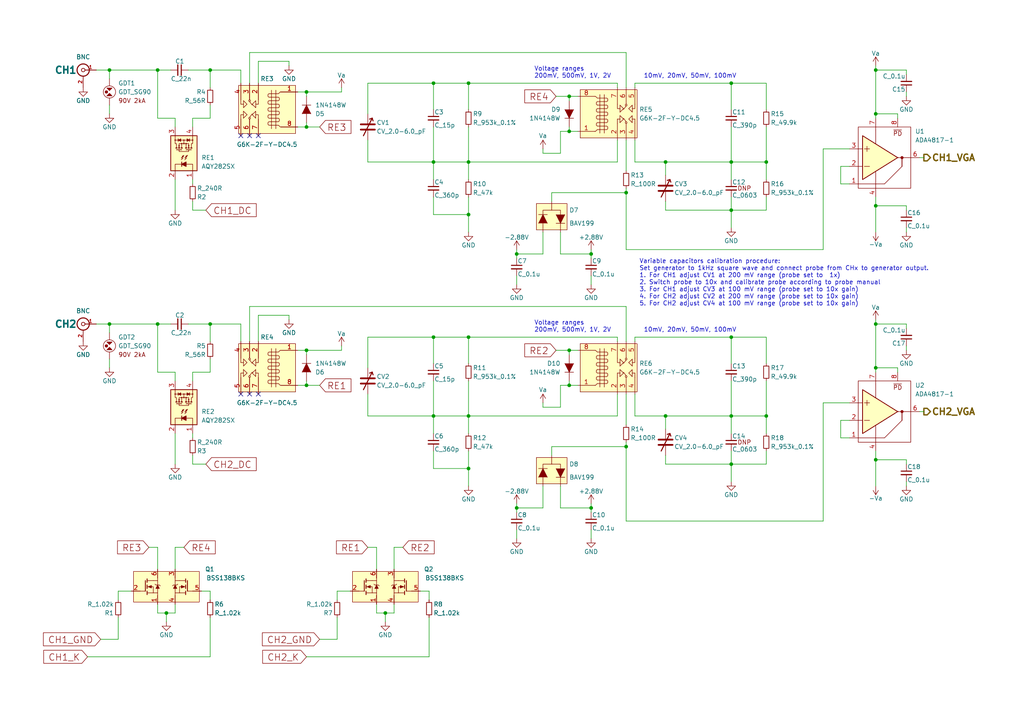
<source format=kicad_sch>
(kicad_sch (version 20231120) (generator "eeschema") (generator_version "8.0")
  (paper "A4")
  (title_block (title "Scopefun Oscilloscope") (rev "v2") (comment 1 "Copyright Dejan Priversek 2017") (comment 2 "Licensed under CERN OHL v.1.2"))
  (junction (at 222.25 120.65))
  (junction (at 181.61 55.88))
  (junction (at 45.72 93.98))
  (junction (at 125.73 120.65))
  (junction (at 31.75 20.32))
  (junction (at 165.1 101.6))
  (junction (at 149.86 73.66))
  (junction (at 135.89 62.23))
  (junction (at 135.89 24.13))
  (junction (at 45.72 20.32))
  (junction (at 212.09 24.13))
  (junction (at 165.1 38.1))
  (junction (at 193.04 46.99))
  (junction (at 149.86 147.32))
  (junction (at 135.89 135.89))
  (junction (at 135.89 97.79))
  (junction (at 181.61 129.54))
  (junction (at 254 106.68))
  (junction (at 88.9 111.76))
  (junction (at 212.09 120.65))
  (junction (at 125.73 24.13))
  (junction (at 111.76 177.8))
  (junction (at 125.73 97.79))
  (junction (at 212.09 46.99))
  (junction (at 60.96 93.98))
  (junction (at 254 93.98))
  (junction (at 88.9 26.67))
  (junction (at 125.73 46.99))
  (junction (at 193.04 120.65))
  (junction (at 88.9 101.6))
  (junction (at 31.75 93.98))
  (junction (at 222.25 46.99))
  (junction (at 135.89 120.65))
  (junction (at 88.9 36.83))
  (junction (at 254 20.32))
  (junction (at 212.09 60.96))
  (junction (at 171.45 147.32))
  (junction (at 165.1 27.94))
  (junction (at 171.45 73.66))
  (junction (at 165.1 111.76))
  (junction (at 48.26 177.8))
  (junction (at 212.09 97.79))
  (junction (at 212.09 134.62))
  (junction (at 254 59.69))
  (junction (at 60.96 20.32))
  (junction (at 135.89 46.99))
  (junction (at 254 33.02))
  (junction (at 254 133.35))
  (no_connect (at 69.85 114.3))
  (no_connect (at 69.85 39.37))
  (no_connect (at 74.93 39.37))
  (no_connect (at 74.93 114.3))
  (no_connect (at 72.39 114.3))
  (no_connect (at 72.39 39.37))
  (wire (pts (xy 60.96 93.98) (xy 60.96 99.06)))
  (wire (pts (xy 162.56 38.1) (xy 165.1 38.1)))
  (wire (pts (xy 162.56 118.11) (xy 162.56 111.76)))
  (wire (pts (xy 193.04 120.65) (xy 212.09 120.65)))
  (wire (pts (xy 262.89 60.96) (xy 262.89 59.69)))
  (wire (pts (xy 69.85 20.32) (xy 69.85 24.13)))
  (wire (pts (xy 50.8 36.83) (xy 50.8 34.29)))
  (wire (pts (xy 212.09 120.65) (xy 212.09 125.73)))
  (wire (pts (xy 135.89 120.65) (xy 179.07 120.65)))
  (wire (pts (xy 157.48 67.31) (xy 157.48 73.66)))
  (wire (pts (xy 181.61 129.54) (xy 181.61 151.13)))
  (wire (pts (xy 212.09 134.62) (xy 212.09 139.7)))
  (wire (pts (xy 262.89 93.98) (xy 254 93.98)))
  (wire (pts (xy 254 130.81) (xy 254 133.35)))
  (wire (pts (xy 74.93 91.44) (xy 74.93 99.06)))
  (wire (pts (xy 106.68 158.75) (xy 109.22 158.75)))
  (wire (pts (xy 88.9 35.56) (xy 88.9 36.83)))
  (wire (pts (xy 25.4 190.5) (xy 60.96 190.5)))
  (wire (pts (xy 88.9 110.49) (xy 88.9 111.76)))
  (wire (pts (xy 97.79 171.45) (xy 101.6 171.45)))
  (wire (pts (xy 60.96 171.45) (xy 58.42 171.45)))
  (wire (pts (xy 50.8 52.07) (xy 50.8 60.96)))
  (wire (pts (xy 222.25 110.49) (xy 222.25 120.65)))
  (wire (pts (xy 243.84 121.92) (xy 246.38 121.92)))
  (wire (pts (xy 60.96 173.99) (xy 60.96 171.45)))
  (wire (pts (xy 162.56 44.45) (xy 157.48 44.45)))
  (wire (pts (xy 125.73 36.83) (xy 125.73 46.99)))
  (wire (pts (xy 60.96 107.95) (xy 55.88 107.95)))
  (wire (pts (xy 162.56 38.1) (xy 162.56 44.45)))
  (wire (pts (xy 254 92.71) (xy 254 93.98)))
  (wire (pts (xy 171.45 153.67) (xy 171.45 156.21)))
  (wire (pts (xy 60.96 34.29) (xy 60.96 30.48)))
  (wire (pts (xy 165.1 27.94) (xy 167.64 27.94)))
  (wire (pts (xy 222.25 36.83) (xy 222.25 46.99)))
  (wire (pts (xy 262.89 134.62) (xy 262.89 133.35)))
  (wire (pts (xy 88.9 101.6) (xy 99.06 101.6)))
  (wire (pts (xy 60.96 190.5) (xy 60.96 179.07)))
  (wire (pts (xy 165.1 38.1) (xy 167.64 38.1)))
  (wire (pts (xy 238.76 116.84) (xy 238.76 151.13)))
  (wire (pts (xy 88.9 102.87) (xy 88.9 101.6)))
  (wire (pts (xy 262.89 133.35) (xy 254 133.35)))
  (wire (pts (xy 135.89 120.65) (xy 135.89 125.73)))
  (wire (pts (xy 135.89 24.13) (xy 179.07 24.13)))
  (wire (pts (xy 184.15 24.13) (xy 212.09 24.13)))
  (wire (pts (xy 212.09 120.65) (xy 222.25 120.65)))
  (wire (pts (xy 50.8 107.95) (xy 45.72 107.95)))
  (wire (pts (xy 50.8 34.29) (xy 45.72 34.29)))
  (wire (pts (xy 193.04 60.96) (xy 193.04 58.42)))
  (wire (pts (xy 135.89 97.79) (xy 179.07 97.79)))
  (wire (pts (xy 254 59.69) (xy 254 67.31)))
  (wire (pts (xy 54.61 93.98) (xy 60.96 93.98)))
  (wire (pts (xy 149.86 80.01) (xy 149.86 82.55)))
  (wire (pts (xy 29.21 185.42) (xy 34.29 185.42)))
  (wire (pts (xy 53.34 158.75) (xy 50.8 158.75)))
  (wire (pts (xy 162.56 147.32) (xy 171.45 147.32)))
  (wire (pts (xy 72.39 15.24) (xy 181.61 15.24)))
  (wire (pts (xy 254 33.02) (xy 254 34.29)))
  (wire (pts (xy 262.89 27.94) (xy 262.89 26.67)))
  (wire (pts (xy 116.84 158.75) (xy 114.3 158.75)))
  (wire (pts (xy 157.48 44.45) (xy 157.48 43.18)))
  (wire (pts (xy 88.9 27.94) (xy 88.9 26.67)))
  (wire (pts (xy 114.3 158.75) (xy 114.3 165.1)))
  (wire (pts (xy 86.36 36.83) (xy 88.9 36.83)))
  (wire (pts (xy 165.1 111.76) (xy 167.64 111.76)))
  (wire (pts (xy 179.07 120.65) (xy 179.07 114.3)))
  (wire (pts (xy 106.68 46.99) (xy 125.73 46.99)))
  (wire (pts (xy 86.36 111.76) (xy 88.9 111.76)))
  (wire (pts (xy 106.68 120.65) (xy 106.68 114.3)))
  (wire (pts (xy 99.06 101.6) (xy 99.06 100.33)))
  (wire (pts (xy 162.56 67.31) (xy 162.56 73.66)))
  (wire (pts (xy 162.56 118.11) (xy 157.48 118.11)))
  (wire (pts (xy 45.72 158.75) (xy 45.72 165.1)))
  (wire (pts (xy 212.09 46.99) (xy 212.09 52.07)))
  (wire (pts (xy 50.8 134.62) (xy 50.8 125.73)))
  (wire (pts (xy 246.38 127) (xy 243.84 127)))
  (wire (pts (xy 165.1 101.6) (xy 167.64 101.6)))
  (wire (pts (xy 125.73 57.15) (xy 125.73 62.23)))
  (wire (pts (xy 171.45 80.01) (xy 171.45 82.55)))
  (wire (pts (xy 165.1 29.21) (xy 165.1 27.94)))
  (wire (pts (xy 193.04 120.65) (xy 193.04 124.46)))
  (wire (pts (xy 124.46 173.99) (xy 124.46 171.45)))
  (wire (pts (xy 135.89 130.81) (xy 135.89 135.89)))
  (wire (pts (xy 114.3 177.8) (xy 114.3 175.26)))
  (wire (pts (xy 72.39 15.24) (xy 72.39 24.13)))
  (wire (pts (xy 222.25 46.99) (xy 222.25 52.07)))
  (wire (pts (xy 45.72 20.32) (xy 49.53 20.32)))
  (wire (pts (xy 31.75 20.32) (xy 45.72 20.32)))
  (wire (pts (xy 74.93 91.44) (xy 83.82 91.44)))
  (wire (pts (xy 157.48 147.32) (xy 149.86 147.32)))
  (wire (pts (xy 254 20.32) (xy 254 33.02)))
  (wire (pts (xy 149.86 73.66) (xy 149.86 74.93)))
  (wire (pts (xy 162.56 140.97) (xy 162.56 147.32)))
  (wire (pts (xy 149.86 153.67) (xy 149.86 156.21)))
  (wire (pts (xy 222.25 120.65) (xy 222.25 125.73)))
  (wire (pts (xy 184.15 120.65) (xy 193.04 120.65)))
  (wire (pts (xy 193.04 46.99) (xy 193.04 50.8)))
  (wire (pts (xy 171.45 73.66) (xy 171.45 74.93)))
  (wire (pts (xy 31.75 93.98) (xy 45.72 93.98)))
  (wire (pts (xy 125.73 62.23) (xy 135.89 62.23)))
  (wire (pts (xy 60.96 107.95) (xy 60.96 104.14)))
  (wire (pts (xy 111.76 177.8) (xy 114.3 177.8)))
  (wire (pts (xy 45.72 107.95) (xy 45.72 93.98)))
  (wire (pts (xy 27.94 93.98) (xy 31.75 93.98)))
  (wire (pts (xy 125.73 130.81) (xy 125.73 135.89)))
  (wire (pts (xy 267.97 119.38) (xy 266.7 119.38)))
  (wire (pts (xy 212.09 36.83) (xy 212.09 46.99)))
  (wire (pts (xy 55.88 60.96) (xy 59.69 60.96)))
  (wire (pts (xy 181.61 55.88) (xy 160.02 55.88)))
  (wire (pts (xy 222.25 60.96) (xy 222.25 57.15)))
  (wire (pts (xy 184.15 46.99) (xy 184.15 40.64)))
  (wire (pts (xy 262.89 140.97) (xy 262.89 139.7)))
  (wire (pts (xy 83.82 91.44) (xy 83.82 92.71)))
  (wire (pts (xy 246.38 116.84) (xy 238.76 116.84)))
  (wire (pts (xy 55.88 34.29) (xy 60.96 34.29)))
  (wire (pts (xy 106.68 97.79) (xy 125.73 97.79)))
  (wire (pts (xy 160.02 55.88) (xy 160.02 58.42)))
  (wire (pts (xy 254 93.98) (xy 254 106.68)))
  (wire (pts (xy 181.61 15.24) (xy 181.61 25.4)))
  (wire (pts (xy 72.39 88.9) (xy 181.61 88.9)))
  (wire (pts (xy 135.89 46.99) (xy 179.07 46.99)))
  (wire (pts (xy 193.04 134.62) (xy 212.09 134.62)))
  (wire (pts (xy 243.84 53.34) (xy 243.84 48.26)))
  (wire (pts (xy 55.88 134.62) (xy 59.69 134.62)))
  (wire (pts (xy 212.09 46.99) (xy 222.25 46.99)))
  (wire (pts (xy 111.76 180.34) (xy 111.76 177.8)))
  (wire (pts (xy 88.9 111.76) (xy 92.71 111.76)))
  (wire (pts (xy 179.07 46.99) (xy 179.07 40.64)))
  (wire (pts (xy 92.71 185.42) (xy 97.79 185.42)))
  (wire (pts (xy 69.85 93.98) (xy 69.85 99.06)))
  (wire (pts (xy 31.75 96.52) (xy 31.75 93.98)))
  (wire (pts (xy 50.8 177.8) (xy 50.8 175.26)))
  (wire (pts (xy 157.48 140.97) (xy 157.48 147.32)))
  (wire (pts (xy 222.25 134.62) (xy 222.25 130.81)))
  (wire (pts (xy 181.61 54.61) (xy 181.61 55.88)))
  (wire (pts (xy 254 19.05) (xy 254 20.32)))
  (wire (pts (xy 162.56 73.66) (xy 171.45 73.66)))
  (wire (pts (xy 262.89 101.6) (xy 262.89 100.33)))
  (wire (pts (xy 106.68 97.79) (xy 106.68 106.68)))
  (wire (pts (xy 267.97 45.72) (xy 266.7 45.72)))
  (wire (pts (xy 135.89 46.99) (xy 135.89 52.07)))
  (wire (pts (xy 212.09 130.81) (xy 212.09 134.62)))
  (wire (pts (xy 125.73 31.75) (xy 125.73 24.13)))
  (wire (pts (xy 254 20.32) (xy 262.89 20.32)))
  (wire (pts (xy 171.45 146.05) (xy 171.45 147.32)))
  (wire (pts (xy 72.39 88.9) (xy 72.39 99.06)))
  (wire (pts (xy 222.25 24.13) (xy 222.25 31.75)))
  (wire (pts (xy 55.88 125.73) (xy 55.88 127)))
  (wire (pts (xy 184.15 24.13) (xy 184.15 25.4)))
  (wire (pts (xy 165.1 102.87) (xy 165.1 101.6)))
  (wire (pts (xy 124.46 190.5) (xy 124.46 179.07)))
  (wire (pts (xy 106.68 24.13) (xy 106.68 33.02)))
  (wire (pts (xy 106.68 46.99) (xy 106.68 40.64)))
  (wire (pts (xy 243.84 127) (xy 243.84 121.92)))
  (wire (pts (xy 125.73 135.89) (xy 135.89 135.89)))
  (wire (pts (xy 262.89 20.32) (xy 262.89 21.59)))
  (wire (pts (xy 45.72 177.8) (xy 48.26 177.8)))
  (wire (pts (xy 160.02 129.54) (xy 160.02 132.08)))
  (wire (pts (xy 45.72 93.98) (xy 49.53 93.98)))
  (wire (pts (xy 86.36 101.6) (xy 88.9 101.6)))
  (wire (pts (xy 179.07 97.79) (xy 179.07 99.06)))
  (wire (pts (xy 260.35 107.95) (xy 260.35 106.68)))
  (wire (pts (xy 254 133.35) (xy 254 140.97)))
  (wire (pts (xy 135.89 36.83) (xy 135.89 46.99)))
  (wire (pts (xy 125.73 46.99) (xy 135.89 46.99)))
  (wire (pts (xy 260.35 106.68) (xy 254 106.68)))
  (wire (pts (xy 55.88 58.42) (xy 55.88 60.96)))
  (wire (pts (xy 262.89 67.31) (xy 262.89 66.04)))
  (wire (pts (xy 212.09 60.96) (xy 222.25 60.96)))
  (wire (pts (xy 243.84 48.26) (xy 246.38 48.26)))
  (wire (pts (xy 31.75 22.86) (xy 31.75 20.32)))
  (wire (pts (xy 34.29 185.42) (xy 34.29 179.07)))
  (wire (pts (xy 31.75 30.48) (xy 31.75 33.02)))
  (wire (pts (xy 254 106.68) (xy 254 107.95)))
  (wire (pts (xy 88.9 36.83) (xy 92.71 36.83)))
  (wire (pts (xy 97.79 173.99) (xy 97.79 171.45)))
  (wire (pts (xy 212.09 97.79) (xy 212.09 105.41)))
  (wire (pts (xy 125.73 97.79) (xy 135.89 97.79)))
  (wire (pts (xy 161.29 27.94) (xy 165.1 27.94)))
  (wire (pts (xy 212.09 110.49) (xy 212.09 120.65)))
  (wire (pts (xy 238.76 43.18) (xy 238.76 72.39)))
  (wire (pts (xy 157.48 73.66) (xy 149.86 73.66)))
  (wire (pts (xy 135.89 62.23) (xy 135.89 67.31)))
  (wire (pts (xy 45.72 177.8) (xy 45.72 175.26)))
  (wire (pts (xy 181.61 129.54) (xy 160.02 129.54)))
  (wire (pts (xy 55.88 132.08) (xy 55.88 134.62)))
  (wire (pts (xy 83.82 19.05) (xy 83.82 17.78)))
  (wire (pts (xy 238.76 72.39) (xy 181.61 72.39)))
  (wire (pts (xy 43.18 158.75) (xy 45.72 158.75)))
  (wire (pts (xy 212.09 24.13) (xy 222.25 24.13)))
  (wire (pts (xy 60.96 20.32) (xy 69.85 20.32)))
  (wire (pts (xy 55.88 53.34) (xy 55.88 52.07)))
  (wire (pts (xy 171.45 72.39) (xy 171.45 73.66)))
  (wire (pts (xy 149.86 147.32) (xy 149.86 148.59)))
  (wire (pts (xy 60.96 93.98) (xy 69.85 93.98)))
  (wire (pts (xy 165.1 36.83) (xy 165.1 38.1)))
  (wire (pts (xy 157.48 118.11) (xy 157.48 116.84)))
  (wire (pts (xy 193.04 46.99) (xy 212.09 46.99)))
  (wire (pts (xy 54.61 20.32) (xy 60.96 20.32)))
  (wire (pts (xy 124.46 171.45) (xy 121.92 171.45)))
  (wire (pts (xy 97.79 185.42) (xy 97.79 179.07)))
  (wire (pts (xy 27.94 20.32) (xy 31.75 20.32)))
  (wire (pts (xy 262.89 93.98) (xy 262.89 95.25)))
  (wire (pts (xy 48.26 180.34) (xy 48.26 177.8)))
  (wire (pts (xy 125.73 120.65) (xy 135.89 120.65)))
  (wire (pts (xy 135.89 110.49) (xy 135.89 120.65)))
  (wire (pts (xy 135.89 135.89) (xy 135.89 140.97)))
  (wire (pts (xy 99.06 26.67) (xy 99.06 25.4)))
  (wire (pts (xy 238.76 151.13) (xy 181.61 151.13)))
  (wire (pts (xy 212.09 24.13) (xy 212.09 31.75)))
  (wire (pts (xy 193.04 134.62) (xy 193.04 132.08)))
  (wire (pts (xy 212.09 97.79) (xy 222.25 97.79)))
  (wire (pts (xy 184.15 120.65) (xy 184.15 114.3)))
  (wire (pts (xy 125.73 110.49) (xy 125.73 120.65)))
  (wire (pts (xy 31.75 104.14) (xy 31.75 106.68)))
  (wire (pts (xy 109.22 177.8) (xy 109.22 175.26)))
  (wire (pts (xy 106.68 24.13) (xy 125.73 24.13)))
  (wire (pts (xy 181.61 49.53) (xy 181.61 40.64)))
  (wire (pts (xy 161.29 101.6) (xy 165.1 101.6)))
  (wire (pts (xy 260.35 34.29) (xy 260.35 33.02)))
  (wire (pts (xy 184.15 97.79) (xy 184.15 99.06)))
  (wire (pts (xy 246.38 53.34) (xy 243.84 53.34)))
  (wire (pts (xy 125.73 46.99) (xy 125.73 52.07)))
  (wire (pts (xy 109.22 158.75) (xy 109.22 165.1)))
  (wire (pts (xy 55.88 107.95) (xy 55.88 110.49)))
  (wire (pts (xy 222.25 97.79) (xy 222.25 105.41)))
  (wire (pts (xy 184.15 97.79) (xy 212.09 97.79)))
  (wire (pts (xy 55.88 36.83) (xy 55.88 34.29)))
  (wire (pts (xy 254 57.15) (xy 254 59.69)))
  (wire (pts (xy 135.89 57.15) (xy 135.89 62.23)))
  (wire (pts (xy 125.73 120.65) (xy 125.73 125.73)))
  (wire (pts (xy 34.29 173.99) (xy 34.29 171.45)))
  (wire (pts (xy 34.29 171.45) (xy 38.1 171.45)))
  (wire (pts (xy 125.73 24.13) (xy 135.89 24.13)))
  (wire (pts (xy 193.04 60.96) (xy 212.09 60.96)))
  (wire (pts (xy 45.72 34.29) (xy 45.72 20.32)))
  (wire (pts (xy 184.15 46.99) (xy 193.04 46.99)))
  (wire (pts (xy 135.89 24.13) (xy 135.89 31.75)))
  (wire (pts (xy 212.09 57.15) (xy 212.09 60.96)))
  (wire (pts (xy 260.35 33.02) (xy 254 33.02)))
  (wire (pts (xy 125.73 105.41) (xy 125.73 97.79)))
  (wire (pts (xy 181.61 55.88) (xy 181.61 72.39)))
  (wire (pts (xy 50.8 158.75) (xy 50.8 165.1)))
  (wire (pts (xy 262.89 59.69) (xy 254 59.69)))
  (wire (pts (xy 181.61 128.27) (xy 181.61 129.54)))
  (wire (pts (xy 179.07 24.13) (xy 179.07 25.4)))
  (wire (pts (xy 149.86 72.39) (xy 149.86 73.66)))
  (wire (pts (xy 162.56 111.76) (xy 165.1 111.76)))
  (wire (pts (xy 88.9 26.67) (xy 99.06 26.67)))
  (wire (pts (xy 109.22 177.8) (xy 111.76 177.8)))
  (wire (pts (xy 212.09 134.62) (xy 222.25 134.62)))
  (wire (pts (xy 106.68 120.65) (xy 125.73 120.65)))
  (wire (pts (xy 74.93 17.78) (xy 74.93 24.13)))
  (wire (pts (xy 83.82 17.78) (xy 74.93 17.78)))
  (wire (pts (xy 246.38 43.18) (xy 238.76 43.18)))
  (wire (pts (xy 212.09 60.96) (xy 212.09 66.04)))
  (wire (pts (xy 50.8 110.49) (xy 50.8 107.95)))
  (wire (pts (xy 149.86 146.05) (xy 149.86 147.32)))
  (wire (pts (xy 171.45 147.32) (xy 171.45 148.59)))
  (wire (pts (xy 88.9 190.5) (xy 124.46 190.5)))
  (wire (pts (xy 135.89 97.79) (xy 135.89 105.41)))
  (wire (pts (xy 60.96 25.4) (xy 60.96 20.32)))
  (wire (pts (xy 181.61 123.19) (xy 181.61 114.3)))
  (wire (pts (xy 181.61 88.9) (xy 181.61 99.06)))
  (wire (pts (xy 48.26 177.8) (xy 50.8 177.8)))
  (wire (pts (xy 86.36 26.67) (xy 88.9 26.67)))
  (wire (pts (xy 165.1 110.49) (xy 165.1 111.76)))
  (text "Voltage ranges\n200mV, 500mV, 1V, 2V" (at 154.94 96.52 0) (effects (font (size 1.27 1.27)) (justify left bottom)))
  (text "10mV, 20mV, 50mV, 100mV" (at 186.69 96.52 0) (effects (font (size 1.27 1.27)) (justify left bottom)))
  (text "Voltage ranges\n200mV, 500mV, 1V, 2V" (at 154.94 22.86 0) (effects (font (size 1.27 1.27)) (justify left bottom)))
  (text "10mV, 20mV, 50mV, 100mV" (at 186.69 22.86 0) (effects (font (size 1.27 1.27)) (justify left bottom)))
  (text "Variable capacitors calibration procedure:\nSet generator to 1kHz square wave and connect probe from CHx to generator output.\n1. For CH1 adjust CV1 at 200 mV range (probe set to  1x)\n2. Switch probe to 10x and calibrate probe according to probe manual\n3. For CH1 adjust CV3 at 100 mV range (probe set to 10x gain)\n4. For CH2 adjust CV2 at 200 mV range (probe set to 10x gain)\n5. For CH2 adjust CV4 at 100 mV range (probe set to 10x gain)" (at 185.42 88.9 0) (effects (font (size 1.27 1.27)) (justify left bottom)))
  (global_label "CH2_GND" (shape input) (at 92.71 185.42 180) (effects (font (size 1.905 1.905))) (property "Intersheetrefs" "${INTERSHEET_REFS}" (effects (hide yes))))
  (global_label "CH2_K" (shape input) (at 88.9 190.5 180) (effects (font (size 1.905 1.905))) (property "Intersheetrefs" "${INTERSHEET_REFS}" (effects (hide yes))))
  (global_label "RE1" (shape input) (at 106.68 158.75 180) (effects (font (size 1.905 1.905))) (property "Intersheetrefs" "${INTERSHEET_REFS}" (effects (hide yes))))
  (global_label "RE2" (shape input) (at 161.29 101.6 180) (effects (font (size 1.905 1.905))) (property "Intersheetrefs" "${INTERSHEET_REFS}" (effects (hide yes))))
  (global_label "RE3" (shape input) (at 43.18 158.75 180) (effects (font (size 1.905 1.905))) (property "Intersheetrefs" "${INTERSHEET_REFS}" (effects (hide yes))))
  (global_label "CH1_K" (shape input) (at 25.4 190.5 180) (effects (font (size 1.905 1.905))) (property "Intersheetrefs" "${INTERSHEET_REFS}" (effects (hide yes))))
  (global_label "RE4" (shape input) (at 161.29 27.94 180) (effects (font (size 1.905 1.905))) (property "Intersheetrefs" "${INTERSHEET_REFS}" (effects (hide yes))))
  (global_label "CH2_DC" (shape input) (at 59.69 134.62 0) (effects (font (size 1.905 1.905))) (property "Intersheetrefs" "${INTERSHEET_REFS}" (effects (hide yes))))
  (global_label "RE3" (shape input) (at 92.71 36.83 0) (effects (font (size 1.905 1.905))) (property "Intersheetrefs" "${INTERSHEET_REFS}" (effects (hide yes))))
  (global_label "CH1_DC" (shape input) (at 59.69 60.96 0) (effects (font (size 1.905 1.905))) (property "Intersheetrefs" "${INTERSHEET_REFS}" (effects (hide yes))))
  (global_label "RE1" (shape input) (at 92.71 111.76 0) (effects (font (size 1.905 1.905))) (property "Intersheetrefs" "${INTERSHEET_REFS}" (effects (hide yes))))
  (global_label "RE2" (shape input) (at 116.84 158.75 0) (effects (font (size 1.905 1.905))) (property "Intersheetrefs" "${INTERSHEET_REFS}" (effects (hide yes))))
  (global_label "RE4" (shape input) (at 53.34 158.75 0) (effects (font (size 1.905 1.905))) (property "Intersheetrefs" "${INTERSHEET_REFS}" (effects (hide yes))))
  (global_label "CH1_GND" (shape input) (at 29.21 185.42 180) (effects (font (size 1.905 1.905))) (property "Intersheetrefs" "${INTERSHEET_REFS}" (effects (hide yes))))
  (hierarchical_label "CH2_VGA" (shape output) (at 267.97 119.38 0) (effects (font (size 1.905 1.905) (thickness 0.381) (bold yes))))
  (hierarchical_label "CH1_VGA" (shape output) (at 267.97 45.72 0) (effects (font (size 1.905 1.905) (thickness 0.381) (bold yes))))
  (symbol (lib_id "Scopefun_v2-rescue:GND") (at 24.13 99.06 0) (unit 1)
    (property "Reference" "#PWR01" (effects (hide yes)))
    (property "Value" "GND" (at 24.13 102.87 0))
  )
  (symbol (lib_id "ScopefunParts:R_56R") (at 60.96 101.6 0) (mirror y) (unit 1)
    (property "Reference" "R5" (at 59.69 100.33 0) (effects (justify left)))
    (property "Value" "R_56R" (at 59.69 102.87 0) (effects (justify left)))
    (property "Footprint" "ScopefunPackagesLibrary:R_0603" (effects (hide yes)))
    (property "Datasheet" "http://industrial.panasonic.com/cdbs/www-data/pdf/AOA0000/AOA0000CE2.pdf" (effects (hide yes)))
    (property "Description" "RES SMD 1% 1/10W 0603" (effects (hide yes)))
    (property "Manufacturer Part Number" "ERJ-3EKF56R0V" (effects (hide yes)))
  )
  (symbol (lib_id "ScopefunParts:R_953k_0.1%") (at 135.89 107.95 0) (unit 1)
    (property "Reference" "R11" (at 137.16 106.68 0) (effects (justify left)))
    (property "Value" "R_953k_0.1%" (at 137.16 109.22 0) (effects (justify left)))
    (property "Footprint" "ScopefunPackagesLibrary:R_0805" (effects (hide yes)))
    (property "Datasheet" "http://industrial.panasonic.com/ww/products/resistors/chip-resistors/chip-resistors/precision-thick-film-chip-resistors/ERJ3RED9533V" (effects (hide yes)))
    (property "Description" "RES SMD 0.1% 1/10W 0805" (effects (hide yes)))
    (property "Manufacturer Part Number" "ERA-6AEB9533V" (effects (hide yes)))
  )
  (symbol (lib_id "ScopefunParts:R_47k") (at 135.89 128.27 0) (unit 1)
    (property "Reference" "R12" (at 137.16 127 0) (effects (justify left)))
    (property "Value" "R_47k" (at 137.16 129.54 0) (effects (justify left)))
    (property "Footprint" "ScopefunPackagesLibrary:R_0603" (effects (hide yes)))
    (property "Datasheet" "http://industrial.panasonic.com/cdbs/www-data/pdf/AOA0000/AOA0000CE2.pdf" (effects (hide yes)))
    (property "Description" "RES SMD 1% 1/10W 0603" (effects (hide yes)))
    (property "Manufacturer Part Number" "ERJ-3EKF4702V" (effects (hide yes)))
  )
  (symbol (lib_id "Scopefun_v2-rescue:GND") (at 83.82 92.71 0) (mirror y) (unit 1)
    (property "Reference" "#PWR026" (effects (hide yes)))
    (property "Value" "GND" (at 83.82 96.52 0))
  )
  (symbol (lib_id "ScopefunParts:R_953k_0.1%") (at 222.25 128.27 0) (unit 1)
    (property "Reference" "R18" (at 223.52 127 0) (effects (justify left)))
    (property "Value" "R_953k_0.1%" (at 223.52 129.54 0) (effects (justify left)))
    (property "Footprint" "ScopefunPackagesLibrary:R_0805" (effects (hide yes)))
    (property "Datasheet" "http://industrial.panasonic.com/ww/products/resistors/chip-resistors/chip-resistors/precision-thick-film-chip-resistors/ERJ3RED9533V" (effects (hide yes)))
    (property "Description" "RES SMD 0.1% 1/10W 0805" (effects (hide yes)))
    (property "Manufacturer Part Number" "ERA-6AEB9533V" (effects (hide yes)))
  )
  (symbol (lib_id "Scopefun_v2-rescue:GND") (at 135.89 140.97 0) (unit 1)
    (property "Reference" "#PWR02" (effects (hide yes)))
    (property "Value" "GND" (at 135.89 144.78 0))
  )
  (symbol (lib_id "Scopefun_v2-rescue:GND") (at 212.09 139.7 0) (unit 1)
    (property "Reference" "#PWR03" (effects (hide yes)))
    (property "Value" "GND" (at 212.09 143.51 0))
  )
  (symbol (lib_id "Scopefun_v2-rescue:GND") (at 50.8 134.62 0) (mirror y) (unit 1)
    (property "Reference" "#PWR04" (effects (hide yes)))
    (property "Value" "GND" (at 50.8 138.43 0))
  )
  (symbol (lib_id "ScopefunParts:+Va") (at 99.06 100.33 0) (mirror y) (unit 1)
    (property "Reference" "#PWR031" (effects (hide yes)))
    (property "Value" "Va" (at 99.06 96.774 0))
  )
  (symbol (lib_id "ScopefunParts:R_1.02k") (at 34.29 176.53 180) (unit 1)
    (property "Reference" "R1" (at 33.02 177.8 0) (effects (justify left)))
    (property "Value" "R_1.02k" (at 33.02 175.26 0) (effects (justify left)))
    (property "Footprint" "ScopefunPackagesLibrary:R_0603" (effects (hide yes)))
    (property "Datasheet" "http://industrial.panasonic.com/cdbs/www-data/pdf/AOA0000/AOA0000CE2.pdf" (effects (hide yes)))
    (property "Description" "RES SMD 1% 1/10W 0603" (effects (hide yes)))
    (property "Manufacturer Part Number" "ERJ-3EKF1021V" (effects (hide yes)))
  )
  (symbol (lib_id "ScopefunParts:R_1.02k") (at 60.96 176.53 0) (unit 1)
    (property "Reference" "R6" (at 62.23 175.26 0) (effects (justify left)))
    (property "Value" "R_1.02k" (at 62.23 177.8 0) (effects (justify left)))
    (property "Footprint" "ScopefunPackagesLibrary:R_0603" (effects (hide yes)))
    (property "Datasheet" "http://industrial.panasonic.com/cdbs/www-data/pdf/AOA0000/AOA0000CE2.pdf" (effects (hide yes)))
    (property "Description" "RES SMD 1% 1/10W 0603" (effects (hide yes)))
    (property "Manufacturer Part Number" "ERJ-3EKF1021V" (effects (hide yes)))
  )
  (symbol (lib_id "ScopefunParts:BSS138BKS") (at 48.26 170.18 0) (unit 1)
    (property "Reference" "Q1" (at 62.23 165.1 0) (effects (justify right)))
    (property "Value" "BSS138BKS" (at 71.12 167.64 0) (effects (justify right)))
    (property "Footprint" "ScopefunPackagesLibrary:SOT363" (effects (hide yes)))
    (property "Datasheet" "http://www.nxp.com/documents/data_sheet/BSS138BKS.pdf" (effects (hide yes)))
    (property "Description" "60 V, 320 mA dual N-channel Trench MOSFET" (effects (hide yes)))
    (property "Manufacturer Part Number" "BSS138PS,115" (effects (hide yes)))
  )
  (symbol (lib_id "Scopefun_v2-rescue:GND") (at 48.26 180.34 0) (unit 1)
    (property "Reference" "#PWR05" (effects (hide yes)))
    (property "Value" "GND" (at 48.26 184.15 0))
  )
  (symbol (lib_id "ScopefunParts:R_100R") (at 181.61 125.73 0) (unit 1)
    (property "Reference" "R14" (at 182.88 124.46 0) (effects (justify left)))
    (property "Value" "R_100R" (at 182.88 127 0) (effects (justify left)))
    (property "Footprint" "ScopefunPackagesLibrary:R_0603" (effects (hide yes)))
    (property "Datasheet" "http://industrial.panasonic.com/cdbs/www-data/pdf/AOA0000/AOA0000CE2.pdf" (effects (hide yes)))
    (property "Description" "RES SMD 1% 1/10W 0603" (effects (hide yes)))
    (property "Manufacturer Part Number" "ERJ-3EKF1000V" (effects (hide yes)))
  )
  (symbol (lib_id "ScopefunParts:BAV199") (at 160.02 137.16 0) (unit 1)
    (property "Reference" "D8" (at 165.1 134.62 0) (effects (justify left)))
    (property "Value" "BAV199" (at 165.1 138.43 0) (effects (justify left)))
    (property "Footprint" "ScopefunPackagesLibrary:SOT23" (effects (hide yes)))
    (property "Description" "Low-leakage double diode" (effects (hide yes)))
    (property "Manufacturer Part Number" "BAV199-7-F" (effects (hide yes)))
  )
  (symbol (lib_id "ScopefunParts:+2.88V") (at 171.45 146.05 0) (unit 1)
    (property "Reference" "#PWR06" (effects (hide yes)))
    (property "Value" "+2.88V" (at 171.45 142.494 0))
  )
  (symbol (lib_id "ScopefunParts:C_0.1u") (at 149.86 151.13 0) (unit 1)
    (property "Reference" "C8" (at 150.114 149.352 0) (effects (justify left)))
    (property "Value" "C_0.1u" (at 150.114 153.162 0) (effects (justify left)))
    (property "Footprint" "ScopefunPackagesLibrary:C_0603" (effects (hide yes)))
    (property "Description" "MLCC - SMD/SMT 0603 16V X7R 10%" (effects (hide yes)))
    (property "Manufacturer Part Number" "C0603C104K4RACTU" (effects (hide yes)))
  )
  (symbol (lib_id "ScopefunParts:C_0.1u") (at 171.45 151.13 0) (unit 1)
    (property "Reference" "C10" (at 171.704 149.352 0) (effects (justify left)))
    (property "Value" "C_0.1u" (at 171.704 153.162 0) (effects (justify left)))
    (property "Footprint" "ScopefunPackagesLibrary:C_0603" (effects (hide yes)))
    (property "Description" "MLCC - SMD/SMT 0603 16V X7R 10%" (effects (hide yes)))
    (property "Manufacturer Part Number" "C0603C104K4RACTU" (effects (hide yes)))
  )
  (symbol (lib_id "Scopefun_v2-rescue:GND") (at 171.45 156.21 0) (unit 1)
    (property "Reference" "#PWR07" (effects (hide yes)))
    (property "Value" "GND" (at 171.45 160.02 0))
  )
  (symbol (lib_id "Scopefun_v2-rescue:GND") (at 149.86 156.21 0) (unit 1)
    (property "Reference" "#PWR08" (effects (hide yes)))
    (property "Value" "GND" (at 149.86 160.02 0))
  )
  (symbol (lib_id "ScopefunParts:+Va") (at 254 92.71 0) (unit 1)
    (property "Reference" "#PWR09" (effects (hide yes)))
    (property "Value" "Va" (at 254 89.154 0))
  )
  (symbol (lib_id "Scopefun_v2-rescue:GND") (at 24.13 25.4 0) (unit 1)
    (property "Reference" "#PWR010" (effects (hide yes)))
    (property "Value" "GND" (at 24.13 29.21 0))
  )
  (symbol (lib_id "ScopefunParts:AQY282SX") (at 53.34 44.45 270) (mirror x) (unit 1)
    (property "Reference" "RE1" (at 58.42 45.72 90) (effects (justify left)))
    (property "Value" "AQY282SX" (at 58.42 48.26 90) (effects (justify left)))
    (property "Footprint" "ScopefunPackagesLibrary:SOP-4" (effects (hide yes)))
    (property "Datasheet" "https://www.mouser.com/ds/2/315/panasonic_AQW,AQY280,282,284-1196946.pdf" (effects (hide yes)))
    (property "Description" "Solid State Relays - PCB Mount 60v 500mA SOP Form A Norm-Open" (effects (hide yes)))
    (property "Manufacturer Part Number" "AQY282SX" (effects (hide yes)))
  )
  (symbol (lib_id "ScopefunParts:R_56R") (at 60.96 27.94 0) (mirror y) (unit 1)
    (property "Reference" "R4" (at 59.69 26.67 0) (effects (justify left)))
    (property "Value" "R_56R" (at 59.69 29.21 0) (effects (justify left)))
    (property "Footprint" "ScopefunPackagesLibrary:R_0603" (effects (hide yes)))
    (property "Datasheet" "http://industrial.panasonic.com/cdbs/www-data/pdf/AOA0000/AOA0000CE2.pdf" (effects (hide yes)))
    (property "Description" "RES SMD 1% 1/10W 0603" (effects (hide yes)))
    (property "Manufacturer Part Number" "ERJ-3EKF56R0V" (effects (hide yes)))
  )
  (symbol (lib_id "ScopefunParts:R_953k_0.1%") (at 135.89 34.29 0) (unit 1)
    (property "Reference" "R9" (at 137.16 33.02 0) (effects (justify left)))
    (property "Value" "R_953k_0.1%" (at 137.16 35.56 0) (effects (justify left)))
    (property "Footprint" "ScopefunPackagesLibrary:R_0805" (effects (hide yes)))
    (property "Datasheet" "http://industrial.panasonic.com/ww/products/resistors/chip-resistors/chip-resistors/precision-thick-film-chip-resistors/ERJ3RED9533V" (effects (hide yes)))
    (property "Description" "RES SMD 0.1% 1/10W 0805" (effects (hide yes)))
    (property "Manufacturer Part Number" "ERA-6AEB9533V" (effects (hide yes)))
  )
  (symbol (lib_id "ScopefunParts:R_47k") (at 135.89 54.61 0) (unit 1)
    (property "Reference" "R10" (at 137.16 53.34 0) (effects (justify left)))
    (property "Value" "R_47k" (at 137.16 55.88 0) (effects (justify left)))
    (property "Footprint" "ScopefunPackagesLibrary:R_0603" (effects (hide yes)))
    (property "Datasheet" "http://industrial.panasonic.com/cdbs/www-data/pdf/AOA0000/AOA0000CE2.pdf" (effects (hide yes)))
    (property "Description" "RES SMD 1% 1/10W 0603" (effects (hide yes)))
    (property "Manufacturer Part Number" "ERJ-3EKF4702V" (effects (hide yes)))
  )
  (symbol (lib_id "ScopefunParts:R_953k_0.1%") (at 222.25 54.61 0) (unit 1)
    (property "Reference" "R16" (at 223.52 53.34 0) (effects (justify left)))
    (property "Value" "R_953k_0.1%" (at 223.52 55.88 0) (effects (justify left)))
    (property "Footprint" "ScopefunPackagesLibrary:R_0805" (effects (hide yes)))
    (property "Datasheet" "http://industrial.panasonic.com/ww/products/resistors/chip-resistors/chip-resistors/precision-thick-film-chip-resistors/ERJ3RED9533V" (effects (hide yes)))
    (property "Description" "RES SMD 0.1% 1/10W 0805" (effects (hide yes)))
    (property "Manufacturer Part Number" "ERA-6AEB9533V" (effects (hide yes)))
  )
  (symbol (lib_id "Scopefun_v2-rescue:GND") (at 135.89 67.31 0) (unit 1)
    (property "Reference" "#PWR011" (effects (hide yes)))
    (property "Value" "GND" (at 135.89 71.12 0))
  )
  (symbol (lib_id "Scopefun_v2-rescue:GND") (at 212.09 66.04 0) (unit 1)
    (property "Reference" "#PWR012" (effects (hide yes)))
    (property "Value" "GND" (at 212.09 69.85 0))
  )
  (symbol (lib_id "ScopefunParts:+Va") (at 157.48 43.18 0) (unit 1)
    (property "Reference" "#PWR013" (effects (hide yes)))
    (property "Value" "Va" (at 157.48 39.37 0))
  )
  (symbol (lib_id "Scopefun_v2-rescue:GND") (at 50.8 60.96 0) (mirror y) (unit 1)
    (property "Reference" "#PWR014" (effects (hide yes)))
    (property "Value" "GND" (at 50.8 64.77 0))
  )
  (symbol (lib_id "ScopefunParts:R_100R") (at 181.61 52.07 0) (unit 1)
    (property "Reference" "R13" (at 182.88 50.8 0) (effects (justify left)))
    (property "Value" "R_100R" (at 182.88 53.34 0) (effects (justify left)))
    (property "Footprint" "ScopefunPackagesLibrary:R_0603" (effects (hide yes)))
    (property "Datasheet" "http://industrial.panasonic.com/cdbs/www-data/pdf/AOA0000/AOA0000CE2.pdf" (effects (hide yes)))
    (property "Description" "RES SMD 1% 1/10W 0603" (effects (hide yes)))
    (property "Manufacturer Part Number" "ERJ-3EKF1000V" (effects (hide yes)))
  )
  (symbol (lib_id "ScopefunParts:BAV199") (at 160.02 63.5 0) (unit 1)
    (property "Reference" "D7" (at 165.1 60.96 0) (effects (justify left)))
    (property "Value" "BAV199" (at 165.1 64.77 0) (effects (justify left)))
    (property "Footprint" "ScopefunPackagesLibrary:SOT23" (effects (hide yes)))
    (property "Description" "Low-leakage double diode" (effects (hide yes)))
    (property "Manufacturer Part Number" "BAV199-7-F" (effects (hide yes)))
  )
  (symbol (lib_id "ScopefunParts:+2.88V") (at 171.45 72.39 0) (unit 1)
    (property "Reference" "#PWR015" (effects (hide yes)))
    (property "Value" "+2.88V" (at 171.45 68.834 0))
  )
  (symbol (lib_id "ScopefunParts:C_0.1u") (at 149.86 77.47 0) (unit 1)
    (property "Reference" "C7" (at 150.114 75.692 0) (effects (justify left)))
    (property "Value" "C_0.1u" (at 150.114 79.502 0) (effects (justify left)))
    (property "Footprint" "ScopefunPackagesLibrary:C_0603" (effects (hide yes)))
    (property "Description" "MLCC - SMD/SMT 0603 16V X7R 10%" (effects (hide yes)))
    (property "Manufacturer Part Number" "C0603C104K4RACTU" (effects (hide yes)))
  )
  (symbol (lib_id "ScopefunParts:C_0.1u") (at 171.45 77.47 0) (unit 1)
    (property "Reference" "C9" (at 171.704 75.692 0) (effects (justify left)))
    (property "Value" "C_0.1u" (at 171.704 79.502 0) (effects (justify left)))
    (property "Footprint" "ScopefunPackagesLibrary:C_0603" (effects (hide yes)))
    (property "Description" "MLCC - SMD/SMT 0603 16V X7R 10%" (effects (hide yes)))
    (property "Manufacturer Part Number" "C0603C104K4RACTU" (effects (hide yes)))
  )
  (symbol (lib_id "Scopefun_v2-rescue:GND") (at 171.45 82.55 0) (unit 1)
    (property "Reference" "#PWR016" (effects (hide yes)))
    (property "Value" "GND" (at 171.45 86.36 0))
  )
  (symbol (lib_id "Scopefun_v2-rescue:GND") (at 149.86 82.55 0) (unit 1)
    (property "Reference" "#PWR017" (effects (hide yes)))
    (property "Value" "GND" (at 149.86 86.36 0))
  )
  (symbol (lib_id "ScopefunParts:+Va") (at 254 19.05 0) (unit 1)
    (property "Reference" "#PWR030" (effects (hide yes)))
    (property "Value" "Va" (at 254 15.494 0))
  )
  (symbol (lib_id "ScopefunParts:-Va") (at 254 67.31 180) (unit 1)
    (property "Reference" "#PWR018" (effects (hide yes)))
    (property "Value" "-Va" (at 254 70.866 0))
  )
  (symbol (lib_id "ScopefunParts:C_0.1u") (at 262.89 24.13 180) (unit 1)
    (property "Reference" "C15" (at 262.636 25.908 0) (effects (justify left)))
    (property "Value" "C_0.1u" (at 262.636 22.098 0) (effects (justify left)))
    (property "Footprint" "ScopefunPackagesLibrary:C_0603" (effects (hide yes)))
    (property "Description" "MLCC - SMD/SMT 0603 16V X7R 10%" (effects (hide yes)))
    (property "Manufacturer Part Number" "C0603C104K4RACTU" (effects (hide yes)))
  )
  (symbol (lib_id "ScopefunParts:C_0.1u") (at 262.89 63.5 0) (unit 1)
    (property "Reference" "C16" (at 263.144 61.722 0) (effects (justify left)))
    (property "Value" "C_0.1u" (at 263.144 65.532 0) (effects (justify left)))
    (property "Footprint" "ScopefunPackagesLibrary:C_0603" (effects (hide yes)))
    (property "Description" "MLCC - SMD/SMT 0603 16V X7R 10%" (effects (hide yes)))
    (property "Manufacturer Part Number" "C0603C104K4RACTU" (effects (hide yes)))
  )
  (symbol (lib_id "Scopefun_v2-rescue:GND") (at 262.89 67.31 0) (unit 1)
    (property "Reference" "#PWR019" (effects (hide yes)))
    (property "Value" "GND" (at 262.89 71.12 0))
  )
  (symbol (lib_id "Scopefun_v2-rescue:GND") (at 262.89 27.94 0) (unit 1)
    (property "Reference" "#PWR020" (effects (hide yes)))
    (property "Value" "GND" (at 262.89 31.75 0))
  )
  (symbol (lib_id "ScopefunParts:R_1.02k") (at 97.79 176.53 180) (unit 1)
    (property "Reference" "R7" (at 96.52 177.8 0) (effects (justify left)))
    (property "Value" "R_1.02k" (at 96.52 175.26 0) (effects (justify left)))
    (property "Footprint" "ScopefunPackagesLibrary:R_0603" (effects (hide yes)))
    (property "Datasheet" "http://industrial.panasonic.com/cdbs/www-data/pdf/AOA0000/AOA0000CE2.pdf" (effects (hide yes)))
    (property "Description" "RES SMD 1% 1/10W 0603" (effects (hide yes)))
    (property "Manufacturer Part Number" "ERJ-3EKF1021V" (effects (hide yes)))
  )
  (symbol (lib_id "ScopefunParts:R_1.02k") (at 124.46 176.53 0) (unit 1)
    (property "Reference" "R8" (at 125.73 175.26 0) (effects (justify left)))
    (property "Value" "R_1.02k" (at 125.73 177.8 0) (effects (justify left)))
    (property "Footprint" "ScopefunPackagesLibrary:R_0603" (effects (hide yes)))
    (property "Datasheet" "http://industrial.panasonic.com/cdbs/www-data/pdf/AOA0000/AOA0000CE2.pdf" (effects (hide yes)))
    (property "Description" "RES SMD 1% 1/10W 0603" (effects (hide yes)))
    (property "Manufacturer Part Number" "ERJ-3EKF1021V" (effects (hide yes)))
  )
  (symbol (lib_id "ScopefunParts:BSS138BKS") (at 111.76 170.18 0) (unit 1)
    (property "Reference" "Q2" (at 125.73 165.1 0) (effects (justify right)))
    (property "Value" "BSS138BKS" (at 134.62 167.64 0) (effects (justify right)))
    (property "Footprint" "ScopefunPackagesLibrary:SOT363" (effects (hide yes)))
    (property "Datasheet" "http://www.nxp.com/documents/data_sheet/BSS138BKS.pdf" (effects (hide yes)))
    (property "Description" "60 V, 320 mA dual N-channel Trench MOSFET" (effects (hide yes)))
    (property "Manufacturer Part Number" "BSS138PS,115" (effects (hide yes)))
  )
  (symbol (lib_id "Scopefun_v2-rescue:GND") (at 111.76 180.34 0) (unit 1)
    (property "Reference" "#PWR021" (effects (hide yes)))
    (property "Value" "GND" (at 111.76 184.15 0))
  )
  (symbol (lib_id "ScopefunParts:C_22n") (at 52.07 20.32 270) (unit 1)
    (property "Reference" "C1" (at 50.8 17.78 90) (effects (justify left)))
    (property "Value" "C_22n" (at 49.53 22.86 90) (effects (justify left)))
    (property "Footprint" "ScopefunPackagesLibrary:C_0603" (effects (hide yes)))
    (property "Description" "MLCC - SMD/SMT 0603 100V X7R 10%" (effects (hide yes)))
    (property "Manufacturer Part Number" "C0603C223K1RACTU" (effects (hide yes)))
  )
  (symbol (lib_id "ScopefunParts:C_22n") (at 52.07 93.98 270) (unit 1)
    (property "Reference" "C2" (at 50.8 91.44 90) (effects (justify left)))
    (property "Value" "C_22n" (at 49.53 96.52 90) (effects (justify left)))
    (property "Footprint" "ScopefunPackagesLibrary:C_0603" (effects (hide yes)))
    (property "Description" "MLCC - SMD/SMT 0603 100V X7R 10%" (effects (hide yes)))
    (property "Manufacturer Part Number" "C0603C223K1RACTU" (effects (hide yes)))
  )
  (symbol (lib_id "ScopefunParts:-2.88V") (at 149.86 72.39 0) (unit 1)
    (property "Reference" "#PWR022" (effects (hide yes)))
    (property "Value" "-2.88V" (at 149.86 68.834 0))
  )
  (symbol (lib_id "ScopefunParts:-2.88V") (at 149.86 146.05 0) (unit 1)
    (property "Reference" "#PWR023" (effects (hide yes)))
    (property "Value" "-2.88V" (at 149.86 142.494 0))
  )
  (symbol (lib_id "ScopefunParts:G6K-2F-Y-DC4.5") (at 77.47 106.68 180) (unit 1)
    (property "Reference" "RE4" (at 77.47 97.79 0))
    (property "Value" "G6K-2F-Y-DC4.5" (at 77.47 116.84 0))
    (property "Footprint" "ScopefunPackagesLibrary:G6K-2F-Y" (effects (hide yes)))
    (property "Datasheet" "https://www.omron.com/ecb/products/pdf/en-g6k.pdf" (effects (hide yes)))
    (property "Description" "Low Signal Relays - PCB Gullwing NoLatch 3.2 DPDT 4.5VDC 100mW" (effects (hide yes)))
    (property "Manufacturer Part Number" "G6K-2F-Y-DC4.5" (effects (hide yes)))
  )
  (symbol (lib_id "ScopefunParts:G6K-2F-Y-DC4.5") (at 176.53 33.02 0) (unit 1)
    (property "Reference" "RE5" (at 185.42 31.75 0) (effects (justify left)))
    (property "Value" "G6K-2F-Y-DC4.5" (at 185.42 34.29 0) (effects (justify left)))
    (property "Footprint" "ScopefunPackagesLibrary:G6K-2F-Y" (effects (hide yes)))
    (property "Datasheet" "https://www.omron.com/ecb/products/pdf/en-g6k.pdf" (effects (hide yes)))
    (property "Description" "Low Signal Relays - PCB Gullwing NoLatch 3.2 DPDT 4.5VDC 100mW" (effects (hide yes)))
    (property "Manufacturer Part Number" "G6K-2F-Y-DC4.5" (effects (hide yes)))
  )
  (symbol (lib_id "ScopefunParts:G6K-2F-Y-DC4.5") (at 176.53 106.68 0) (unit 1)
    (property "Reference" "RE6" (at 185.42 105.41 0) (effects (justify left)))
    (property "Value" "G6K-2F-Y-DC4.5" (at 185.42 107.95 0) (effects (justify left)))
    (property "Footprint" "ScopefunPackagesLibrary:G6K-2F-Y" (effects (hide yes)))
    (property "Datasheet" "https://www.omron.com/ecb/products/pdf/en-g6k.pdf" (effects (hide yes)))
    (property "Description" "Low Signal Relays - PCB Gullwing NoLatch 3.2 DPDT 4.5VDC 100mW" (effects (hide yes)))
    (property "Manufacturer Part Number" "G6K-2F-Y-DC4.5" (effects (hide yes)))
  )
  (symbol (lib_id "ScopefunParts:AQY282SX") (at 53.34 118.11 270) (mirror x) (unit 1)
    (property "Reference" "RE2" (at 58.42 119.38 90) (effects (justify left)))
    (property "Value" "AQY282SX" (at 58.42 121.92 90) (effects (justify left)))
    (property "Footprint" "ScopefunPackagesLibrary:SOP-4" (effects (hide yes)))
    (property "Datasheet" "https://www.mouser.com/ds/2/315/panasonic_AQW,AQY280,282,284-1196946.pdf" (effects (hide yes)))
    (property "Description" "Solid State Relays - PCB Mount 60v 500mA SOP Form A Norm-Open" (effects (hide yes)))
    (property "Manufacturer Part Number" "AQY282SX" (effects (hide yes)))
  )
  (symbol (lib_id "ScopefunParts:+Va") (at 157.48 116.84 0) (unit 1)
    (property "Reference" "#PWR024" (effects (hide yes)))
    (property "Value" "Va" (at 157.48 113.03 0))
  )
  (symbol (lib_id "Scopefun_v2-rescue:GND") (at 83.82 19.05 0) (mirror y) (unit 1)
    (property "Reference" "#PWR025" (effects (hide yes)))
    (property "Value" "GND" (at 83.82 22.86 0))
  )
  (symbol (lib_id "ScopefunParts:G6K-2F-Y-DC4.5") (at 77.47 31.75 180) (unit 1)
    (property "Reference" "RE3" (at 77.47 22.86 0))
    (property "Value" "G6K-2F-Y-DC4.5" (at 77.47 41.91 0))
    (property "Footprint" "ScopefunPackagesLibrary:G6K-2F-Y" (effects (hide yes)))
    (property "Datasheet" "https://www.omron.com/ecb/products/pdf/en-g6k.pdf" (effects (hide yes)))
    (property "Description" "Low Signal Relays - PCB Gullwing NoLatch 3.2 DPDT 4.5VDC 100mW" (effects (hide yes)))
    (property "Manufacturer Part Number" "G6K-2F-Y-DC4.5" (effects (hide yes)))
  )
  (symbol (lib_id "ScopefunParts:+Va") (at 99.06 25.4 0) (mirror y) (unit 1)
    (property "Reference" "#PWR032" (effects (hide yes)))
    (property "Value" "Va" (at 99.06 21.844 0))
  )
  (symbol (lib_id "ScopefunParts:ADA4817-1") (at 255.27 45.72 0) (unit 1)
    (property "Reference" "U1" (at 265.43 38.1 0) (effects (justify left)))
    (property "Value" "ADA4817-1" (at 265.43 40.64 0) (effects (justify left)))
    (property "Footprint" "ScopefunPackagesLibrary:SOIC8" (effects (hide yes)))
    (property "Datasheet" "http://www.analog.com/media/en/technical-documentation/data-sheets/ADA4817-1_4817-2.pdf" (effects (hide yes)))
    (property "Description" "Low Noise, 1 GHz FastFET Op Amp" (effects (hide yes)))
    (property "Manufacturer Part Number" "ADA4817-1ARDZ" (effects (hide yes)))
  )
  (symbol (lib_id "ScopefunParts:-Va") (at 254 140.97 180) (unit 1)
    (property "Reference" "#PWR027" (effects (hide yes)))
    (property "Value" "-Va" (at 254 144.526 0))
  )
  (symbol (lib_id "ScopefunParts:C_0.1u") (at 262.89 97.79 180) (unit 1)
    (property "Reference" "C17" (at 262.636 99.568 0) (effects (justify left)))
    (property "Value" "C_0.1u" (at 262.636 95.758 0) (effects (justify left)))
    (property "Footprint" "ScopefunPackagesLibrary:C_0603" (effects (hide yes)))
    (property "Description" "MLCC - SMD/SMT 0603 16V X7R 10%" (effects (hide yes)))
    (property "Manufacturer Part Number" "C0603C104K4RACTU" (effects (hide yes)))
  )
  (symbol (lib_id "ScopefunParts:C_0.1u") (at 262.89 137.16 0) (unit 1)
    (property "Reference" "C18" (at 263.144 135.382 0) (effects (justify left)))
    (property "Value" "C_0.1u" (at 263.144 139.192 0) (effects (justify left)))
    (property "Footprint" "ScopefunPackagesLibrary:C_0603" (effects (hide yes)))
    (property "Description" "MLCC - SMD/SMT 0603 16V X7R 10%" (effects (hide yes)))
    (property "Manufacturer Part Number" "C0603C104K4RACTU" (effects (hide yes)))
  )
  (symbol (lib_id "Scopefun_v2-rescue:GND") (at 262.89 140.97 0) (unit 1)
    (property "Reference" "#PWR028" (effects (hide yes)))
    (property "Value" "GND" (at 262.89 144.78 0))
  )
  (symbol (lib_id "Scopefun_v2-rescue:GND") (at 262.89 101.6 0) (unit 1)
    (property "Reference" "#PWR029" (effects (hide yes)))
    (property "Value" "GND" (at 262.89 105.41 0))
  )
  (symbol (lib_id "ScopefunParts:ADA4817-1") (at 255.27 119.38 0) (unit 1)
    (property "Reference" "U2" (at 265.43 111.76 0) (effects (justify left)))
    (property "Value" "ADA4817-1" (at 265.43 114.3 0) (effects (justify left)))
    (property "Footprint" "ScopefunPackagesLibrary:SOIC8" (effects (hide yes)))
    (property "Datasheet" "http://www.analog.com/media/en/technical-documentation/data-sheets/ADA4817-1_4817-2.pdf" (effects (hide yes)))
    (property "Description" "Low Noise, 1 GHz FastFET Op Amp" (effects (hide yes)))
    (property "Manufacturer Part Number" "ADA4817-1ARDZ" (effects (hide yes)))
  )
  (symbol (lib_id "Scopefun_v2-rescue:GND") (at 31.75 106.68 0) (mirror y) (unit 1)
    (property "Reference" "#PWR033" (effects (hide yes)))
    (property "Value" "GND" (at 31.75 110.49 0))
  )
  (symbol (lib_id "ScopefunParts:BNC") (at 24.13 20.32 0) (unit 1)
    (property "Reference" "CH1" (at 19.05 20.32 0) (effects (font (size 2.0066 2.0066) (bold yes))))
    (property "Value" "BNC" (at 24.13 16.51 0))
    (property "Footprint" "ScopefunPackagesLibrary:BNC-5-1634556-0" (effects (hide yes)))
    (property "Datasheet" "http://www.te.com/usa-en/product-5-1634556-0.html" (effects (hide yes)))
    (property "Description" "BNC LP ELBOW B/HEAD PCB SKT 50 OHMS" (effects (hide yes)))
    (property "Manufacturer Part Number" "5-1634556-0" (effects (hide yes)))
  )
  (symbol (lib_id "ScopefunParts:BNC") (at 24.13 93.98 0) (unit 1)
    (property "Reference" "CH2" (at 19.05 93.98 0) (effects (font (size 2.0066 2.0066) (bold yes))))
    (property "Value" "BNC" (at 24.13 90.17 0))
    (property "Footprint" "ScopefunPackagesLibrary:BNC-5-1634556-0" (effects (hide yes)))
    (property "Datasheet" "http://www.te.com/usa-en/product-5-1634556-0.html" (effects (hide yes)))
    (property "Description" "BNC LP ELBOW B/HEAD PCB SKT 50 OHMS" (effects (hide yes)))
    (property "Manufacturer Part Number" "5-1634556-0" (effects (hide yes)))
  )
  (symbol (lib_id "ScopefunParts:1N4148W") (at 88.9 31.75 0) (mirror x) (unit 1)
    (property "Reference" "D5" (at 91.44 33.02 0) (effects (justify left)))
    (property "Value" "1N4148W" (at 91.44 30.48 0) (effects (justify left)))
    (property "Footprint" "ScopefunPackagesLibrary:SOD123" (effects (hide yes)))
    (property "Datasheet" "https://www.diodes.com/datasheets/ds30086.pdf" (effects (hide yes)))
    (property "Description" "SURFACE MOUNT FAST SWITCHING DIODE 150mA" (effects (hide yes)))
    (property "Manufacturer Part Number" "1N4148W-7-F" (effects (hide yes)))
  )
  (symbol (lib_id "ScopefunParts:1N4148W") (at 88.9 106.68 0) (mirror x) (unit 1)
    (property "Reference" "D6" (at 91.44 107.95 0) (effects (justify left)))
    (property "Value" "1N4148W" (at 91.44 105.41 0) (effects (justify left)))
    (property "Footprint" "ScopefunPackagesLibrary:SOD123" (effects (hide yes)))
    (property "Datasheet" "https://www.diodes.com/datasheets/ds30086.pdf" (effects (hide yes)))
    (property "Description" "SURFACE MOUNT FAST SWITCHING DIODE 150mA" (effects (hide yes)))
    (property "Manufacturer Part Number" "1N4148W-7-F" (effects (hide yes)))
  )
  (symbol (lib_id "ScopefunParts:1N4148W") (at 165.1 33.02 0) (mirror y) (unit 1)
    (property "Reference" "D9" (at 162.56 31.75 0) (effects (justify left)))
    (property "Value" "1N4148W" (at 162.56 34.29 0) (effects (justify left)))
    (property "Footprint" "ScopefunPackagesLibrary:SOD123" (effects (hide yes)))
    (property "Datasheet" "https://www.diodes.com/datasheets/ds30086.pdf" (effects (hide yes)))
    (property "Description" "SURFACE MOUNT FAST SWITCHING DIODE 150mA" (effects (hide yes)))
    (property "Manufacturer Part Number" "1N4148W-7-F" (effects (hide yes)))
  )
  (symbol (lib_id "ScopefunParts:1N4148W") (at 165.1 106.68 0) (mirror y) (unit 1)
    (property "Reference" "D10" (at 162.56 105.41 0) (effects (justify left)))
    (property "Value" "1N4148W" (at 162.56 107.95 0) (effects (justify left)))
    (property "Footprint" "ScopefunPackagesLibrary:SOD123" (effects (hide yes)))
    (property "Datasheet" "https://www.diodes.com/datasheets/ds30086.pdf" (effects (hide yes)))
    (property "Description" "SURFACE MOUNT FAST SWITCHING DIODE 150mA" (effects (hide yes)))
    (property "Manufacturer Part Number" "1N4148W-7-F" (effects (hide yes)))
  )
  (symbol (lib_id "ScopefunParts:R_240R") (at 55.88 55.88 0) (mirror x) (unit 1)
    (property "Reference" "R2" (at 57.15 57.15 0) (effects (justify left)))
    (property "Value" "R_240R" (at 57.15 54.61 0) (effects (justify left)))
    (property "Footprint" "ScopefunPackagesLibrary:R_0603" (effects (hide yes)))
    (property "Datasheet" "http://industrial.panasonic.com/cdbs/www-data/pdf/AOA0000/AOA0000CE2.pdf" (effects (hide yes)))
    (property "Description" "RES SMD 1% 1/10W 0603" (effects (hide yes)))
    (property "Manufacturer Part Number" "ERJ-3EKF2400V" (effects (hide yes)))
  )
  (symbol (lib_id "ScopefunParts:R_240R") (at 55.88 129.54 0) (mirror x) (unit 1)
    (property "Reference" "R3" (at 57.15 130.81 0) (effects (justify left)))
    (property "Value" "R_240R" (at 57.15 128.27 0) (effects (justify left)))
    (property "Footprint" "ScopefunPackagesLibrary:R_0603" (effects (hide yes)))
    (property "Datasheet" "http://industrial.panasonic.com/cdbs/www-data/pdf/AOA0000/AOA0000CE2.pdf" (effects (hide yes)))
    (property "Description" "RES SMD 1% 1/10W 0603" (effects (hide yes)))
    (property "Manufacturer Part Number" "ERJ-3EKF2400V" (effects (hide yes)))
  )
  (symbol (lib_id "ScopefunParts:C_360p") (at 125.73 54.61 0) (unit 1)
    (property "Reference" "C4" (at 125.984 52.832 0) (effects (justify left)))
    (property "Value" "C_360p" (at 125.984 56.642 0) (effects (justify left)))
    (property "Footprint" "ScopefunPackagesLibrary:C_0603" (effects (hide yes)))
    (property "Description" "MLCC - SMD/SMT 0603 50V C0G 2%" (effects (hide yes)))
    (property "Manufacturer Part Number" "C0603C361G5GACTU" (effects (hide yes)))
  )
  (symbol (lib_id "ScopefunParts:C_360p") (at 125.73 128.27 0) (unit 1)
    (property "Reference" "C6" (at 125.984 126.492 0) (effects (justify left)))
    (property "Value" "C_360p" (at 125.984 130.302 0) (effects (justify left)))
    (property "Footprint" "ScopefunPackagesLibrary:C_0603" (effects (hide yes)))
    (property "Description" "MLCC - SMD/SMT 0603 50V C0G 2%" (effects (hide yes)))
    (property "Manufacturer Part Number" "C0603C361G5GACTU" (effects (hide yes)))
  )
  (symbol (lib_id "ScopefunParts:R_49.9k") (at 222.25 107.95 0) (unit 1)
    (property "Reference" "R17" (at 223.52 106.68 0) (effects (justify left)))
    (property "Value" "R_49.9k" (at 223.52 109.22 0) (effects (justify left)))
    (property "Footprint" "ScopefunPackagesLibrary:R_0603" (effects (hide yes)))
    (property "Datasheet" "http://industrial.panasonic.com/cdbs/www-data/pdf/AOA0000/AOA0000CE2.pdf" (effects (hide yes)))
    (property "Description" "RES SMD 1% 1/10W 0603" (effects (hide yes)))
    (property "Manufacturer Part Number" "ERJ-3EKF4992V" (effects (hide yes)))
  )
  (symbol (lib_id "ScopefunParts:R_49.9k") (at 222.25 34.29 0) (unit 1)
    (property "Reference" "R15" (at 223.52 33.02 0) (effects (justify left)))
    (property "Value" "R_49.9k" (at 223.52 35.56 0) (effects (justify left)))
    (property "Footprint" "ScopefunPackagesLibrary:R_0603" (effects (hide yes)))
    (property "Datasheet" "http://industrial.panasonic.com/cdbs/www-data/pdf/AOA0000/AOA0000CE2.pdf" (effects (hide yes)))
    (property "Description" "RES SMD 1% 1/10W 0603" (effects (hide yes)))
    (property "Manufacturer Part Number" "ERJ-3EKF4992V" (effects (hide yes)))
  )
  (symbol (lib_id "ScopefunParts:C_390p") (at 212.09 34.29 0) (unit 1)
    (property "Reference" "C11" (at 212.344 32.512 0) (effects (justify left)))
    (property "Value" "C_390p" (at 212.344 36.322 0) (effects (justify left)))
    (property "Footprint" "ScopefunPackagesLibrary:C_0603" (effects (hide yes)))
    (property "Description" "MLCC - SMD/SMT 0603 50V C0G 2%" (effects (hide yes)))
    (property "Manufacturer Part Number" "VJ0603A391GXAPW1BC" (effects (hide yes)))
  )
  (symbol (lib_id "ScopefunParts:C_390p") (at 212.09 107.95 0) (unit 1)
    (property "Reference" "C13" (at 212.344 106.172 0) (effects (justify left)))
    (property "Value" "C_390p" (at 212.344 109.982 0) (effects (justify left)))
    (property "Footprint" "ScopefunPackagesLibrary:C_0603" (effects (hide yes)))
    (property "Description" "MLCC - SMD/SMT 0603 50V C0G 2%" (effects (hide yes)))
    (property "Manufacturer Part Number" "VJ0603A391GXAPW1BC" (effects (hide yes)))
  )
  (symbol (lib_id "Scopefun_v2-rescue:GND") (at 31.75 33.02 0) (mirror y) (unit 1)
    (property "Reference" "#PWR034" (effects (hide yes)))
    (property "Value" "GND" (at 31.75 36.83 0))
  )
  (symbol (lib_id "ScopefunParts:C_0603") (at 212.09 128.27 0) (unit 1)
    (property "Reference" "C14" (at 212.344 126.492 0) (effects (justify left)))
    (property "Value" "C_0603" (at 212.344 130.302 0) (effects (justify left)))
    (property "Footprint" "ScopefunPackagesLibrary:C_0603" (effects (hide yes)))
    (property "Description" "Not populated" (effects (hide yes)))
  )
  (symbol (lib_id "ScopefunParts:C_0603") (at 212.09 54.61 0) (unit 1)
    (property "Reference" "C12" (at 212.344 52.832 0) (effects (justify left)))
    (property "Value" "C_0603" (at 212.344 56.642 0) (effects (justify left)))
    (property "Footprint" "ScopefunPackagesLibrary:C_0603" (effects (hide yes)))
    (property "Description" "Not populated" (effects (hide yes)))
  )
  (symbol (lib_id "ScopefunParts:CV_2.0-6.0_pF") (at 106.68 36.83 0) (unit 1)
    (property "Reference" "CV1" (at 109.22 35.56 0) (effects (justify left)))
    (property "Value" "CV_2.0-6.0_pF" (at 109.22 38.1 0) (effects (justify left)))
    (property "Footprint" "ScopefunPackagesLibrary:SGC3" (effects (hide yes)))
    (property "Datasheet" "http://media.wix.com/ugd/d86717_38d9821e12823a7aa9cef38c6c2a73cc.pdf" (effects (hide yes)))
    (property "Description" "CAP TRIMMER 2.0-6.0 PF 500V SMD" (effects (hide yes)))
    (property "Manufacturer Part Number" "SGC3S060" (effects (hide yes)))
  )
  (symbol (lib_id "ScopefunParts:CV_2.0-6.0_pF") (at 106.68 110.49 0) (unit 1)
    (property "Reference" "CV2" (at 109.22 109.22 0) (effects (justify left)))
    (property "Value" "CV_2.0-6.0_pF" (at 109.22 111.76 0) (effects (justify left)))
    (property "Footprint" "ScopefunPackagesLibrary:SGC3" (effects (hide yes)))
    (property "Datasheet" "http://media.wix.com/ugd/d86717_38d9821e12823a7aa9cef38c6c2a73cc.pdf" (effects (hide yes)))
    (property "Description" "CAP TRIMMER 2.0-6.0 PF 500V SMD" (effects (hide yes)))
    (property "Manufacturer Part Number" "SGC3S060" (effects (hide yes)))
  )
  (symbol (lib_id "ScopefunParts:CV_2.0-6.0_pF") (at 193.04 54.61 0) (unit 1)
    (property "Reference" "CV3" (at 195.58 53.34 0) (effects (justify left)))
    (property "Value" "CV_2.0-6.0_pF" (at 195.58 55.88 0) (effects (justify left)))
    (property "Footprint" "ScopefunPackagesLibrary:SGC3" (effects (hide yes)))
    (property "Datasheet" "http://media.wix.com/ugd/d86717_38d9821e12823a7aa9cef38c6c2a73cc.pdf" (effects (hide yes)))
    (property "Description" "CAP TRIMMER 2.0-6.0 PF 500V SMD" (effects (hide yes)))
    (property "Manufacturer Part Number" "SGC3S060" (effects (hide yes)))
  )
  (symbol (lib_id "ScopefunParts:CV_2.0-6.0_pF") (at 193.04 128.27 0) (unit 1)
    (property "Reference" "CV4" (at 195.58 127 0) (effects (justify left)))
    (property "Value" "CV_2.0-6.0_pF" (at 195.58 129.54 0) (effects (justify left)))
    (property "Footprint" "ScopefunPackagesLibrary:SGC3" (effects (hide yes)))
    (property "Datasheet" "http://media.wix.com/ugd/d86717_38d9821e12823a7aa9cef38c6c2a73cc.pdf" (effects (hide yes)))
    (property "Description" "CAP TRIMMER 2.0-6.0 PF 500V SMD" (effects (hide yes)))
    (property "Manufacturer Part Number" "SGC3S060" (effects (hide yes)))
  )
  (symbol (lib_id "ScopefunParts:C_15p") (at 125.73 34.29 0) (unit 1)
    (property "Reference" "C3" (at 125.984 32.512 0) (effects (justify left)))
    (property "Value" "C_15p" (at 125.984 36.322 0) (effects (justify left)))
    (property "Footprint" "ScopefunPackagesLibrary:C_0603" (effects (hide yes)))
    (property "Description" "MLCC - SMD/SMT 0603 100V C0G 5%" (effects (hide yes)))
    (property "Manufacturer Part Number" "885012006074" (effects (hide yes)))
  )
  (symbol (lib_id "ScopefunParts:C_15p") (at 125.73 107.95 0) (unit 1)
    (property "Reference" "C5" (at 125.984 106.172 0) (effects (justify left)))
    (property "Value" "C_15p" (at 125.984 109.982 0) (effects (justify left)))
    (property "Footprint" "ScopefunPackagesLibrary:C_0603" (effects (hide yes)))
    (property "Description" "MLCC - SMD/SMT 0603 100V C0G 5%" (effects (hide yes)))
    (property "Manufacturer Part Number" "885012006074" (effects (hide yes)))
  )
  (symbol (lib_id "ScopefunParts:GDT_SG90") (at 31.75 26.67 0) (unit 1)
    (property "Reference" "GDT1" (at 34.29 24.13 0) (effects (justify left)))
    (property "Value" "GDT_SG90" (at 34.29 26.67 0) (effects (justify left)))
    (property "Footprint" "ScopefunPackagesLibrary:GDT_SG" (effects (hide yes)))
    (property "Datasheet" "https://www.littelfuse.com/~/media/electronics/datasheets/gas_discharge_tubes/littelfuse_gdt_sg_datasheet.pdf.pdf" (effects (hide yes)))
    (property "Description" "Gas Discharge Tube - GDT 90V 2kA <1.0 pF" (effects (hide yes)))
    (property "Manufacturer Part Number" "SG90" (effects (hide yes)))
  )
  (symbol (lib_id "ScopefunParts:GDT_SG90") (at 31.75 100.33 0) (unit 1)
    (property "Reference" "GDT2" (at 34.29 97.79 0) (effects (justify left)))
    (property "Value" "GDT_SG90" (at 34.29 100.33 0) (effects (justify left)))
    (property "Footprint" "ScopefunPackagesLibrary:GDT_SG" (effects (hide yes)))
    (property "Datasheet" "https://www.littelfuse.com/~/media/electronics/datasheets/gas_discharge_tubes/littelfuse_gdt_sg_datasheet.pdf.pdf" (effects (hide yes)))
    (property "Description" "Gas Discharge Tube - GDT 90V 2kA <1.0 pF" (effects (hide yes)))
    (property "Manufacturer Part Number" "SG90" (effects (hide yes)))
  )
)
</source>
